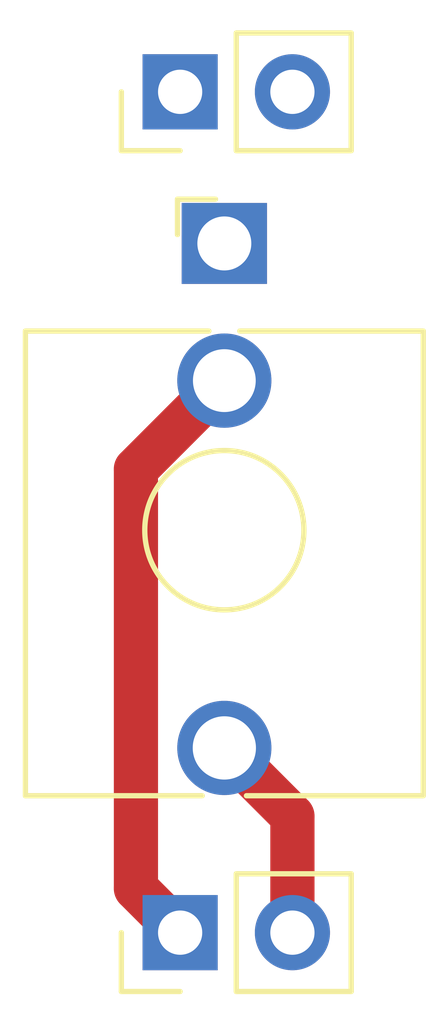
<source format=kicad_pcb>
(kicad_pcb (version 20211014) (generator pcbnew)
  (layers (0 "F.Cu" signal) (31 "B.Cu" signal) (34 "B.Paste" user) (35 "F.Paste" user) (36 "B.SilkS" user "B.Silkscreen") (37 "F.SilkS" user "F.Silkscreen") (38 "B.Mask" user) (39 "F.Mask" user) (44 "Edge.Cuts" user))
  (net 0 "")
  (net 2 "Net-(J3-PadT)")
  (net 3 "Net-(J3-PadS)")
  (footprint "Connector_PinHeader_2.54mm:PinHeader_1x02_P2.54mm_Vertical" (layer "F.Cu") (at 105 87 90)
    (fp_text reference "J4" hide)
    (fp_text value "Conn_01x02" hide)
    (fp_line (start -1.33 3.87) (end 1.33 3.87) (layer "F.SilkS") (width 0.12))
    (fp_line (start -1.33 0) (end -1.33 -1.33) (layer "F.SilkS") (width 0.12))
    (fp_line (start -1.33 1.27) (end 1.33 1.27) (layer "F.SilkS") (width 0.12))
    (fp_line (start 1.33 1.27) (end 1.33 3.87) (layer "F.SilkS") (width 0.12))
    (fp_line (start -1.33 -1.33) (end 0 -1.33) (layer "F.SilkS") (width 0.12))
    (fp_line (start -1.33 1.27) (end -1.33 3.87) (layer "F.SilkS") (width 0.12))
    (pad "1" thru_hole rect locked (at 0 0 90) (size 1.7 1.7) (drill 1) (layers *.Cu *.Mask) (net 3 "Net-(J3-PadS)"))
    (pad "2" thru_hole oval locked (at 0 2.54 90) (size 1.7 1.7) (drill 1) (layers *.Cu *.Mask) (net 2 "Net-(J3-PadT)"))
  )
  (footprint "LIBRARY-8-bit-computer:3.5mm-mono-jack-eurorack-2" (layer "F.Cu") (at 106 78)
    (fp_text reference "J3" hide)
    (fp_text value "AudioJack2_Ground" hide)
    (fp_line (start 4.5 -4.594) (end 0.35 -4.594) (layer "F.SilkS") (width 0.12))
    (fp_line (start 4.5 5.906) (end 0.5 5.906) (layer "F.SilkS") (width 0.12))
    (fp_line (start -4.5 -4.594) (end -4.5 5.906) (layer "F.SilkS") (width 0.12))
    (fp_line (start -0.5 5.906) (end -4.5 5.906) (layer "F.SilkS") (width 0.12))
    (fp_line (start -1.06 -7.574) (end -0.2 -7.574) (layer "F.SilkS") (width 0.12))
    (fp_line (start 4.5 -4.594) (end 4.5 5.906) (layer "F.SilkS") (width 0.12))
    (fp_line (start -0.35 -4.594) (end -4.5 -4.594) (layer "F.SilkS") (width 0.12))
    (fp_line (start -1.06 -7.574) (end -1.06 -6.774) (layer "F.SilkS") (width 0.12))
    (fp_circle (center 0 -0.094) (end 1.8 -0.094) (layer "F.SilkS") (width 0.12) (fill none))
    (pad "G" thru_hole rect (at 0 -6.574 180) (size 1.93 1.83) (drill 1.22) (layers *.Cu *.Mask))
    (pad "S" thru_hole circle (at 0 -3.474 180) (size 2.13 2.13) (drill 1.42) (layers *.Cu *.Mask) (net 3 "Net-(J3-PadS)"))
    (pad "T" thru_hole circle (at 0 4.826 180) (size 2.13 2.13) (drill 1.43) (layers *.Cu *.Mask) (net 2 "Net-(J3-PadT)"))
  )
  (footprint "Connector_PinHeader_2.54mm:PinHeader_1x02_P2.54mm_Vertical" (layer "F.Cu") (at 105 68 90)
    (fp_text reference "J8" hide)
    (fp_text value "Conn_01x02" hide)
    (fp_line (start -1.33 3.87) (end 1.33 3.87) (layer "F.SilkS") (width 0.12))
    (fp_line (start -1.33 1.27) (end 1.33 1.27) (layer "F.SilkS") (width 0.12))
    (fp_line (start 1.33 1.27) (end 1.33 3.87) (layer "F.SilkS") (width 0.12))
    (fp_line (start -1.33 0) (end -1.33 -1.33) (layer "F.SilkS") (width 0.12))
    (fp_line (start -1.33 -1.33) (end 0 -1.33) (layer "F.SilkS") (width 0.12))
    (fp_line (start -1.33 1.27) (end -1.33 3.87) (layer "F.SilkS") (width 0.12))
    (pad "1" thru_hole rect locked (at 0 0 90) (size 1.7 1.7) (drill 1) (layers *.Cu *.Mask))
    (pad "2" thru_hole oval locked (at 0 2.54 90) (size 1.7 1.7) (drill 1) (layers *.Cu *.Mask))
  )
  (segment (start 106 82.826) (end 107.54 84.366) (width 1) (layer "F.Cu") (net 2))
  (segment (start 107.54 84.366) (end 107.54 87) (width 1) (layer "F.Cu") (net 2))
  (segment (start 104 76.526) (end 104 86) (width 1) (layer "F.Cu") (net 3))
  (segment (start 106 74.526) (end 104 76.526) (width 1) (layer "F.Cu") (net 3))
  (segment (start 104 86) (end 105 87) (width 1) (layer "F.Cu") (net 3))
)
</source>
